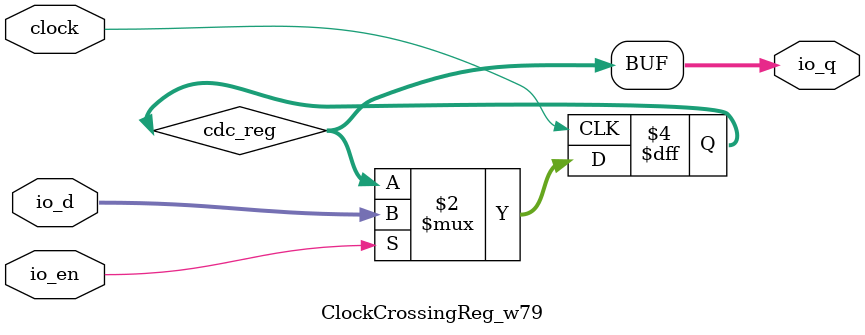
<source format=sv>
`ifndef RANDOMIZE
  `ifdef RANDOMIZE_REG_INIT
    `define RANDOMIZE
  `endif // RANDOMIZE_REG_INIT
`endif // not def RANDOMIZE
`ifndef RANDOMIZE
  `ifdef RANDOMIZE_MEM_INIT
    `define RANDOMIZE
  `endif // RANDOMIZE_MEM_INIT
`endif // not def RANDOMIZE

`ifndef RANDOM
  `define RANDOM $random
`endif // not def RANDOM

// Users can define 'PRINTF_COND' to add an extra gate to prints.
`ifndef PRINTF_COND_
  `ifdef PRINTF_COND
    `define PRINTF_COND_ (`PRINTF_COND)
  `else  // PRINTF_COND
    `define PRINTF_COND_ 1
  `endif // PRINTF_COND
`endif // not def PRINTF_COND_

// Users can define 'ASSERT_VERBOSE_COND' to add an extra gate to assert error printing.
`ifndef ASSERT_VERBOSE_COND_
  `ifdef ASSERT_VERBOSE_COND
    `define ASSERT_VERBOSE_COND_ (`ASSERT_VERBOSE_COND)
  `else  // ASSERT_VERBOSE_COND
    `define ASSERT_VERBOSE_COND_ 1
  `endif // ASSERT_VERBOSE_COND
`endif // not def ASSERT_VERBOSE_COND_

// Users can define 'STOP_COND' to add an extra gate to stop conditions.
`ifndef STOP_COND_
  `ifdef STOP_COND
    `define STOP_COND_ (`STOP_COND)
  `else  // STOP_COND
    `define STOP_COND_ 1
  `endif // STOP_COND
`endif // not def STOP_COND_

// Users can define INIT_RANDOM as general code that gets injected into the
// initializer block for modules with registers.
`ifndef INIT_RANDOM
  `define INIT_RANDOM
`endif // not def INIT_RANDOM

// If using random initialization, you can also define RANDOMIZE_DELAY to
// customize the delay used, otherwise 0.002 is used.
`ifndef RANDOMIZE_DELAY
  `define RANDOMIZE_DELAY 0.002
`endif // not def RANDOMIZE_DELAY

// Define INIT_RANDOM_PROLOG_ for use in our modules below.
`ifndef INIT_RANDOM_PROLOG_
  `ifdef RANDOMIZE
    `ifdef VERILATOR
      `define INIT_RANDOM_PROLOG_ `INIT_RANDOM
    `else  // VERILATOR
      `define INIT_RANDOM_PROLOG_ `INIT_RANDOM #`RANDOMIZE_DELAY begin end
    `endif // VERILATOR
  `else  // RANDOMIZE
    `define INIT_RANDOM_PROLOG_
  `endif // RANDOMIZE
`endif // not def INIT_RANDOM_PROLOG_

module ClockCrossingReg_w79(
  input         clock,
  input  [78:0] io_d,
  input         io_en,
  output [78:0] io_q
);

  reg [78:0] cdc_reg;	// @[Reg.scala:19:16]
  always @(posedge clock) begin
    if (io_en)
      cdc_reg <= io_d;	// @[Reg.scala:19:16]
  end // always @(posedge)
  `ifndef SYNTHESIS
    `ifdef FIRRTL_BEFORE_INITIAL
      `FIRRTL_BEFORE_INITIAL
    `endif // FIRRTL_BEFORE_INITIAL
    logic [31:0] _RANDOM_0;
    logic [31:0] _RANDOM_1;
    logic [31:0] _RANDOM_2;
    initial begin
      `ifdef INIT_RANDOM_PROLOG_
        `INIT_RANDOM_PROLOG_
      `endif // INIT_RANDOM_PROLOG_
      `ifdef RANDOMIZE_REG_INIT
        _RANDOM_0 = `RANDOM;
        _RANDOM_1 = `RANDOM;
        _RANDOM_2 = `RANDOM;
        cdc_reg = {_RANDOM_0, _RANDOM_1, _RANDOM_2[14:0]};	// @[Reg.scala:19:16]
      `endif // RANDOMIZE_REG_INIT
    end // initial
    `ifdef FIRRTL_AFTER_INITIAL
      `FIRRTL_AFTER_INITIAL
    `endif // FIRRTL_AFTER_INITIAL
  `endif // not def SYNTHESIS
  assign io_q = cdc_reg;	// @[Reg.scala:19:16]
endmodule


</source>
